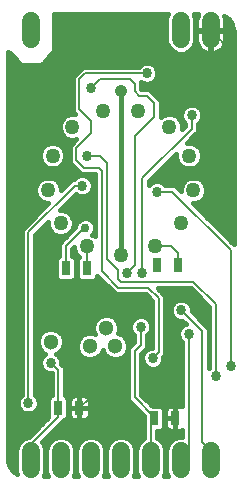
<source format=gbl>
G75*
%MOIN*%
%OFA0B0*%
%FSLAX25Y25*%
%IPPOS*%
%LPD*%
%AMOC8*
5,1,8,0,0,1.08239X$1,22.5*
%
%ADD10C,0.04961*%
%ADD11C,0.06000*%
%ADD12R,0.03150X0.04724*%
%ADD13C,0.05118*%
%ADD14C,0.04156*%
%ADD15C,0.01600*%
%ADD16C,0.01200*%
%ADD17C,0.00800*%
%ADD18C,0.03369*%
%ADD19C,0.01000*%
%ADD20C,0.02975*%
D10*
X0029845Y0080360D03*
X0021114Y0088095D03*
X0016978Y0099001D03*
X0018384Y0110580D03*
X0025010Y0120180D03*
X0035338Y0125600D03*
X0047002Y0125600D03*
X0057330Y0120180D03*
X0063956Y0110580D03*
X0065362Y0099001D03*
X0061226Y0088095D03*
X0052495Y0080360D03*
X0041170Y0077569D03*
D11*
X0041170Y0012100D02*
X0041170Y0006100D01*
X0031170Y0006100D02*
X0031170Y0012100D01*
X0021170Y0012100D02*
X0021170Y0006100D01*
X0011170Y0006100D02*
X0011170Y0012100D01*
X0051170Y0012100D02*
X0051170Y0006100D01*
X0061170Y0006100D02*
X0061170Y0012100D01*
X0071170Y0012100D02*
X0071170Y0006100D01*
X0071170Y0149407D02*
X0071170Y0155407D01*
X0061170Y0155407D02*
X0061170Y0149407D01*
X0011170Y0149407D02*
X0011170Y0155407D01*
D12*
X0022757Y0073013D03*
X0029843Y0073013D03*
X0053257Y0074013D03*
X0060343Y0074013D03*
X0059343Y0023013D03*
X0052257Y0023013D03*
X0027343Y0026513D03*
X0020257Y0026513D03*
D13*
X0030800Y0047013D03*
X0036300Y0053013D03*
X0039300Y0047013D03*
X0017800Y0048513D03*
D14*
X0041300Y0132013D03*
D15*
X0004221Y0006926D02*
X0005269Y0005483D01*
X0006644Y0004484D01*
X0006370Y0005145D01*
X0006370Y0013055D01*
X0007101Y0014819D01*
X0008451Y0016169D01*
X0010215Y0016900D01*
X0010575Y0016900D01*
X0016981Y0023306D01*
X0016882Y0023406D01*
X0016882Y0029621D01*
X0017936Y0030676D01*
X0018057Y0030676D01*
X0018057Y0038029D01*
X0017107Y0038029D01*
X0015826Y0038560D01*
X0014846Y0039540D01*
X0014316Y0040820D01*
X0014316Y0042206D01*
X0014846Y0043487D01*
X0015826Y0044467D01*
X0016002Y0044540D01*
X0015331Y0044818D01*
X0014105Y0046044D01*
X0013441Y0047646D01*
X0013441Y0049380D01*
X0014105Y0050983D01*
X0015331Y0052209D01*
X0016933Y0052872D01*
X0018667Y0052872D01*
X0020269Y0052209D01*
X0021495Y0050983D01*
X0022159Y0049380D01*
X0022159Y0047646D01*
X0021495Y0046044D01*
X0020269Y0044818D01*
X0019598Y0044540D01*
X0019774Y0044467D01*
X0020754Y0043487D01*
X0021284Y0042206D01*
X0021284Y0041140D01*
X0022457Y0039968D01*
X0022457Y0030676D01*
X0022577Y0030676D01*
X0023631Y0029621D01*
X0023631Y0023406D01*
X0022577Y0022351D01*
X0022249Y0022351D01*
X0021211Y0021313D01*
X0014978Y0015080D01*
X0015239Y0014819D01*
X0015970Y0013055D01*
X0015970Y0005145D01*
X0015418Y0003813D01*
X0016922Y0003813D01*
X0016370Y0005145D01*
X0016370Y0013055D01*
X0017101Y0014819D01*
X0018451Y0016169D01*
X0020215Y0016900D01*
X0022125Y0016900D01*
X0023889Y0016169D01*
X0025239Y0014819D01*
X0025970Y0013055D01*
X0025970Y0005145D01*
X0025418Y0003813D01*
X0026922Y0003813D01*
X0026370Y0005145D01*
X0026370Y0013055D01*
X0027101Y0014819D01*
X0028451Y0016169D01*
X0030215Y0016900D01*
X0032125Y0016900D01*
X0033889Y0016169D01*
X0035239Y0014819D01*
X0035970Y0013055D01*
X0035970Y0005145D01*
X0035418Y0003813D01*
X0036922Y0003813D01*
X0036370Y0005145D01*
X0036370Y0013055D01*
X0037101Y0014819D01*
X0038451Y0016169D01*
X0040215Y0016900D01*
X0042125Y0016900D01*
X0043889Y0016169D01*
X0045239Y0014819D01*
X0045970Y0013055D01*
X0045970Y0005145D01*
X0045418Y0003813D01*
X0046922Y0003813D01*
X0046370Y0005145D01*
X0046370Y0013055D01*
X0047101Y0014819D01*
X0048451Y0016169D01*
X0048970Y0016384D01*
X0048970Y0019817D01*
X0048882Y0019906D01*
X0048882Y0023820D01*
X0043600Y0029102D01*
X0043600Y0046004D01*
X0042995Y0044544D01*
X0041769Y0043318D01*
X0040167Y0042654D01*
X0038433Y0042654D01*
X0036831Y0043318D01*
X0035605Y0044544D01*
X0035050Y0045883D01*
X0034495Y0044544D01*
X0033269Y0043318D01*
X0031667Y0042654D01*
X0029933Y0042654D01*
X0028331Y0043318D01*
X0027105Y0044544D01*
X0026441Y0046146D01*
X0026441Y0047880D01*
X0027105Y0049483D01*
X0028331Y0050709D01*
X0029933Y0051372D01*
X0031667Y0051372D01*
X0032385Y0051075D01*
X0031941Y0052146D01*
X0031941Y0053880D01*
X0032605Y0055483D01*
X0033831Y0056709D01*
X0035433Y0057372D01*
X0037167Y0057372D01*
X0038769Y0056709D01*
X0039995Y0055483D01*
X0040659Y0053880D01*
X0040659Y0052146D01*
X0040313Y0051312D01*
X0041769Y0050709D01*
X0042995Y0049483D01*
X0043659Y0047880D01*
X0043659Y0046484D01*
X0044889Y0047713D01*
X0045600Y0048425D01*
X0045600Y0050786D01*
X0044846Y0051540D01*
X0044316Y0052820D01*
X0044316Y0054206D01*
X0044846Y0055487D01*
X0045826Y0056467D01*
X0047107Y0056998D01*
X0048493Y0056998D01*
X0049774Y0056467D01*
X0050754Y0055487D01*
X0051284Y0054206D01*
X0051284Y0052820D01*
X0050754Y0051540D01*
X0050000Y0050786D01*
X0050000Y0046602D01*
X0048000Y0044602D01*
X0048000Y0030925D01*
X0051749Y0027176D01*
X0054577Y0027176D01*
X0055631Y0026121D01*
X0055631Y0019906D01*
X0054577Y0018851D01*
X0053370Y0018851D01*
X0053370Y0016384D01*
X0053889Y0016169D01*
X0055239Y0014819D01*
X0055970Y0013055D01*
X0055970Y0005145D01*
X0055418Y0003813D01*
X0056922Y0003813D01*
X0056370Y0005145D01*
X0056370Y0013055D01*
X0057101Y0014819D01*
X0058451Y0016169D01*
X0060215Y0016900D01*
X0061600Y0016900D01*
X0061600Y0018970D01*
X0061155Y0018851D01*
X0059343Y0018851D01*
X0059343Y0023013D01*
X0059343Y0023013D01*
X0055969Y0023013D01*
X0055969Y0020414D01*
X0056091Y0019956D01*
X0056328Y0019546D01*
X0056663Y0019211D01*
X0057074Y0018974D01*
X0057532Y0018851D01*
X0059343Y0018851D01*
X0059343Y0023013D01*
X0059343Y0023013D01*
X0055968Y0023013D01*
X0055969Y0025613D01*
X0056091Y0026070D01*
X0056328Y0026481D01*
X0056663Y0026816D01*
X0057074Y0027053D01*
X0057532Y0027176D01*
X0059343Y0027176D01*
X0059343Y0023014D01*
X0059343Y0023014D01*
X0059343Y0027176D01*
X0061155Y0027176D01*
X0061600Y0027056D01*
X0061600Y0048286D01*
X0060846Y0049040D01*
X0060316Y0050320D01*
X0060316Y0051706D01*
X0060846Y0052987D01*
X0061826Y0053967D01*
X0062822Y0054380D01*
X0061673Y0055529D01*
X0060607Y0055529D01*
X0059326Y0056060D01*
X0058346Y0057040D01*
X0057816Y0058320D01*
X0057816Y0059706D01*
X0058346Y0060987D01*
X0059326Y0061967D01*
X0060607Y0062498D01*
X0061993Y0062498D01*
X0063274Y0061967D01*
X0064254Y0060987D01*
X0064784Y0059706D01*
X0064784Y0058640D01*
X0069211Y0054213D01*
X0070500Y0052925D01*
X0070500Y0039641D01*
X0070600Y0039741D01*
X0070600Y0060102D01*
X0064389Y0066313D01*
X0053611Y0066313D01*
X0056000Y0063925D01*
X0056000Y0044102D01*
X0055284Y0043386D01*
X0055284Y0042320D01*
X0054754Y0041040D01*
X0053774Y0040060D01*
X0052493Y0039529D01*
X0051107Y0039529D01*
X0049826Y0040060D01*
X0048846Y0041040D01*
X0048316Y0042320D01*
X0048316Y0043706D01*
X0048846Y0044987D01*
X0049826Y0045967D01*
X0051107Y0046498D01*
X0051600Y0046498D01*
X0051600Y0062102D01*
X0049389Y0064313D01*
X0039389Y0064313D01*
X0033889Y0069813D01*
X0033218Y0070484D01*
X0033218Y0069906D01*
X0032164Y0068851D01*
X0027523Y0068851D01*
X0026469Y0069906D01*
X0026469Y0076121D01*
X0027250Y0076902D01*
X0026216Y0077936D01*
X0025565Y0079509D01*
X0025565Y0080123D01*
X0024957Y0079515D01*
X0024957Y0077176D01*
X0025077Y0077176D01*
X0026131Y0076121D01*
X0026131Y0069906D01*
X0025077Y0068851D01*
X0020436Y0068851D01*
X0019382Y0069906D01*
X0019382Y0076121D01*
X0020436Y0077176D01*
X0020557Y0077176D01*
X0020557Y0081338D01*
X0026013Y0086794D01*
X0026013Y0087124D01*
X0026513Y0088332D01*
X0027438Y0089257D01*
X0028646Y0089757D01*
X0029954Y0089757D01*
X0031162Y0089257D01*
X0032087Y0088332D01*
X0032587Y0087124D01*
X0032587Y0085816D01*
X0032087Y0084608D01*
X0031703Y0084224D01*
X0032269Y0083989D01*
X0032600Y0083658D01*
X0032600Y0104313D01*
X0027889Y0104313D01*
X0025389Y0106813D01*
X0024100Y0108102D01*
X0024100Y0113925D01*
X0026225Y0116050D01*
X0025861Y0115899D01*
X0024158Y0115899D01*
X0022585Y0116551D01*
X0021381Y0117755D01*
X0020730Y0119328D01*
X0020730Y0121031D01*
X0021381Y0122604D01*
X0022585Y0123808D01*
X0024158Y0124460D01*
X0025742Y0124460D01*
X0025100Y0125102D01*
X0025100Y0136925D01*
X0026389Y0138213D01*
X0026389Y0138213D01*
X0027100Y0138925D01*
X0027100Y0138925D01*
X0028389Y0140213D01*
X0047073Y0140213D01*
X0047826Y0140967D01*
X0049107Y0141498D01*
X0050493Y0141498D01*
X0051774Y0140967D01*
X0052754Y0139987D01*
X0053284Y0138706D01*
X0053284Y0137320D01*
X0052754Y0136040D01*
X0051774Y0135060D01*
X0050493Y0134529D01*
X0049107Y0134529D01*
X0048000Y0134988D01*
X0048000Y0132925D01*
X0048211Y0132713D01*
X0050711Y0132713D01*
X0052000Y0131425D01*
X0054500Y0128925D01*
X0054500Y0123402D01*
X0054906Y0123808D01*
X0056479Y0124460D01*
X0058182Y0124460D01*
X0059755Y0123808D01*
X0060959Y0122604D01*
X0061611Y0121031D01*
X0061611Y0119435D01*
X0062600Y0120425D01*
X0062600Y0121286D01*
X0061846Y0122040D01*
X0061316Y0123320D01*
X0061316Y0124706D01*
X0061846Y0125987D01*
X0062826Y0126967D01*
X0064107Y0127498D01*
X0065493Y0127498D01*
X0066774Y0126967D01*
X0067754Y0125987D01*
X0068284Y0124706D01*
X0068284Y0123320D01*
X0067754Y0122040D01*
X0067000Y0121286D01*
X0067000Y0118602D01*
X0065711Y0117313D01*
X0063258Y0114861D01*
X0064808Y0114861D01*
X0066381Y0114209D01*
X0067585Y0113005D01*
X0068237Y0111432D01*
X0068237Y0109729D01*
X0067585Y0108156D01*
X0066381Y0106952D01*
X0064808Y0106300D01*
X0063105Y0106300D01*
X0061532Y0106952D01*
X0060328Y0108156D01*
X0059676Y0109729D01*
X0059676Y0111278D01*
X0050500Y0102102D01*
X0050500Y0100641D01*
X0051326Y0101467D01*
X0052607Y0101998D01*
X0053993Y0101998D01*
X0055274Y0101467D01*
X0056027Y0100713D01*
X0059211Y0100713D01*
X0060500Y0099425D01*
X0061082Y0098843D01*
X0061082Y0099853D01*
X0061734Y0101426D01*
X0062938Y0102630D01*
X0064511Y0103281D01*
X0066214Y0103281D01*
X0067787Y0102630D01*
X0068991Y0101426D01*
X0069643Y0099853D01*
X0069643Y0098150D01*
X0068991Y0096577D01*
X0067787Y0095373D01*
X0066214Y0094721D01*
X0065204Y0094721D01*
X0078740Y0081184D01*
X0078740Y0151994D01*
X0078670Y0152885D01*
X0078119Y0154581D01*
X0077071Y0156024D01*
X0075691Y0157027D01*
X0075852Y0156531D01*
X0075970Y0155785D01*
X0075970Y0152607D01*
X0071370Y0152607D01*
X0071370Y0152207D01*
X0071370Y0144607D01*
X0071548Y0144607D01*
X0072294Y0144725D01*
X0073013Y0144959D01*
X0073686Y0145302D01*
X0074297Y0145746D01*
X0074831Y0146280D01*
X0075275Y0146891D01*
X0075618Y0147565D01*
X0075852Y0148283D01*
X0075970Y0149029D01*
X0075970Y0152207D01*
X0071370Y0152207D01*
X0070970Y0152207D01*
X0070970Y0144607D01*
X0070792Y0144607D01*
X0070046Y0144725D01*
X0069328Y0144959D01*
X0068654Y0145302D01*
X0068043Y0145746D01*
X0067509Y0146280D01*
X0067065Y0146891D01*
X0066722Y0147565D01*
X0066488Y0148283D01*
X0066370Y0149029D01*
X0066370Y0152207D01*
X0070970Y0152207D01*
X0070970Y0152607D01*
X0066370Y0152607D01*
X0066370Y0155785D01*
X0066488Y0156531D01*
X0066722Y0157250D01*
X0066948Y0157694D01*
X0065418Y0157694D01*
X0065970Y0156362D01*
X0065970Y0148452D01*
X0065239Y0146688D01*
X0063889Y0145338D01*
X0062125Y0144607D01*
X0060215Y0144607D01*
X0058451Y0145338D01*
X0057101Y0146688D01*
X0056370Y0148452D01*
X0056370Y0156362D01*
X0056922Y0157694D01*
X0019000Y0157694D01*
X0019000Y0157170D01*
X0019107Y0156422D01*
X0019000Y0156280D01*
X0019000Y0146598D01*
X0019063Y0145774D01*
X0019000Y0145700D01*
X0019000Y0145602D01*
X0018415Y0145017D01*
X0016000Y0142200D01*
X0016000Y0142102D01*
X0015415Y0141517D01*
X0014877Y0140890D01*
X0014780Y0140882D01*
X0014711Y0140813D01*
X0013885Y0140813D01*
X0013060Y0140750D01*
X0012986Y0140813D01*
X0007889Y0140813D01*
X0004389Y0144313D01*
X0003600Y0145102D01*
X0003600Y0009513D01*
X0003670Y0008622D01*
X0004221Y0006926D01*
X0004306Y0006809D02*
X0006370Y0006809D01*
X0006370Y0008407D02*
X0003740Y0008407D01*
X0003600Y0010006D02*
X0006370Y0010006D01*
X0006370Y0011604D02*
X0003600Y0011604D01*
X0003600Y0013203D02*
X0006431Y0013203D01*
X0007094Y0014801D02*
X0003600Y0014801D01*
X0003600Y0016400D02*
X0009008Y0016400D01*
X0011674Y0017998D02*
X0003600Y0017998D01*
X0003600Y0019597D02*
X0013272Y0019597D01*
X0014871Y0021196D02*
X0003600Y0021196D01*
X0003600Y0022794D02*
X0016469Y0022794D01*
X0016882Y0024393D02*
X0003600Y0024393D01*
X0003600Y0025991D02*
X0007395Y0025991D01*
X0007346Y0026040D02*
X0008326Y0025060D01*
X0009607Y0024529D01*
X0010993Y0024529D01*
X0012274Y0025060D01*
X0013254Y0026040D01*
X0013784Y0027320D01*
X0013784Y0028706D01*
X0013254Y0029987D01*
X0012500Y0030741D01*
X0012500Y0084102D01*
X0016834Y0088436D01*
X0016834Y0087243D01*
X0017485Y0085670D01*
X0018690Y0084466D01*
X0020263Y0083815D01*
X0021966Y0083815D01*
X0023539Y0084466D01*
X0024743Y0085670D01*
X0025394Y0087243D01*
X0025394Y0088946D01*
X0024743Y0090519D01*
X0023539Y0091724D01*
X0021966Y0092375D01*
X0020773Y0092375D01*
X0026142Y0097744D01*
X0026326Y0097560D01*
X0027607Y0097029D01*
X0028993Y0097029D01*
X0030274Y0097560D01*
X0031254Y0098540D01*
X0031784Y0099820D01*
X0031784Y0101206D01*
X0031254Y0102487D01*
X0030274Y0103467D01*
X0028993Y0103998D01*
X0027607Y0103998D01*
X0026326Y0103467D01*
X0025573Y0102713D01*
X0024889Y0102713D01*
X0023600Y0101425D01*
X0021258Y0099083D01*
X0021258Y0099853D01*
X0020607Y0101426D01*
X0019403Y0102630D01*
X0017829Y0103281D01*
X0016127Y0103281D01*
X0014553Y0102630D01*
X0013349Y0101426D01*
X0012698Y0099853D01*
X0012698Y0098150D01*
X0013349Y0096577D01*
X0014553Y0095373D01*
X0016127Y0094721D01*
X0016896Y0094721D01*
X0008100Y0085925D01*
X0008100Y0030741D01*
X0007346Y0029987D01*
X0006816Y0028706D01*
X0006816Y0027320D01*
X0007346Y0026040D01*
X0006816Y0027590D02*
X0003600Y0027590D01*
X0003600Y0029188D02*
X0007015Y0029188D01*
X0008100Y0030787D02*
X0003600Y0030787D01*
X0003600Y0032385D02*
X0008100Y0032385D01*
X0008100Y0033984D02*
X0003600Y0033984D01*
X0003600Y0035582D02*
X0008100Y0035582D01*
X0008100Y0037181D02*
X0003600Y0037181D01*
X0003600Y0038779D02*
X0008100Y0038779D01*
X0008100Y0040378D02*
X0003600Y0040378D01*
X0003600Y0041976D02*
X0008100Y0041976D01*
X0008100Y0043575D02*
X0003600Y0043575D01*
X0003600Y0045173D02*
X0008100Y0045173D01*
X0008100Y0046772D02*
X0003600Y0046772D01*
X0003600Y0048370D02*
X0008100Y0048370D01*
X0008100Y0049969D02*
X0003600Y0049969D01*
X0003600Y0051567D02*
X0008100Y0051567D01*
X0008100Y0053166D02*
X0003600Y0053166D01*
X0003600Y0054764D02*
X0008100Y0054764D01*
X0008100Y0056363D02*
X0003600Y0056363D01*
X0003600Y0057961D02*
X0008100Y0057961D01*
X0008100Y0059560D02*
X0003600Y0059560D01*
X0003600Y0061158D02*
X0008100Y0061158D01*
X0008100Y0062757D02*
X0003600Y0062757D01*
X0003600Y0064355D02*
X0008100Y0064355D01*
X0008100Y0065954D02*
X0003600Y0065954D01*
X0003600Y0067552D02*
X0008100Y0067552D01*
X0008100Y0069151D02*
X0003600Y0069151D01*
X0003600Y0070749D02*
X0008100Y0070749D01*
X0008100Y0072348D02*
X0003600Y0072348D01*
X0003600Y0073946D02*
X0008100Y0073946D01*
X0008100Y0075545D02*
X0003600Y0075545D01*
X0003600Y0077143D02*
X0008100Y0077143D01*
X0008100Y0078742D02*
X0003600Y0078742D01*
X0003600Y0080340D02*
X0008100Y0080340D01*
X0008100Y0081939D02*
X0003600Y0081939D01*
X0003600Y0083537D02*
X0008100Y0083537D01*
X0008100Y0085136D02*
X0003600Y0085136D01*
X0003600Y0086734D02*
X0008910Y0086734D01*
X0010508Y0088333D02*
X0003600Y0088333D01*
X0003600Y0089932D02*
X0012107Y0089932D01*
X0013705Y0091530D02*
X0003600Y0091530D01*
X0003600Y0093129D02*
X0015304Y0093129D01*
X0016112Y0094727D02*
X0003600Y0094727D01*
X0003600Y0096326D02*
X0013600Y0096326D01*
X0012791Y0097924D02*
X0003600Y0097924D01*
X0003600Y0099523D02*
X0012698Y0099523D01*
X0013223Y0101121D02*
X0003600Y0101121D01*
X0003600Y0102720D02*
X0014770Y0102720D01*
X0015959Y0106952D02*
X0014755Y0108156D01*
X0014104Y0109729D01*
X0014104Y0111432D01*
X0014755Y0113005D01*
X0015959Y0114209D01*
X0017532Y0114861D01*
X0019235Y0114861D01*
X0020808Y0114209D01*
X0022013Y0113005D01*
X0022664Y0111432D01*
X0022664Y0109729D01*
X0022013Y0108156D01*
X0020808Y0106952D01*
X0019235Y0106300D01*
X0017532Y0106300D01*
X0015959Y0106952D01*
X0015396Y0107515D02*
X0003600Y0107515D01*
X0003600Y0105917D02*
X0026285Y0105917D01*
X0024687Y0107515D02*
X0021372Y0107515D01*
X0022409Y0109114D02*
X0024100Y0109114D01*
X0024100Y0110712D02*
X0022664Y0110712D01*
X0022300Y0112311D02*
X0024100Y0112311D01*
X0024100Y0113909D02*
X0021108Y0113909D01*
X0022030Y0117106D02*
X0003600Y0117106D01*
X0003600Y0115508D02*
X0025683Y0115508D01*
X0020988Y0118705D02*
X0003600Y0118705D01*
X0003600Y0120303D02*
X0020730Y0120303D01*
X0021090Y0121902D02*
X0003600Y0121902D01*
X0003600Y0123500D02*
X0022277Y0123500D01*
X0025103Y0125099D02*
X0003600Y0125099D01*
X0003600Y0126697D02*
X0025100Y0126697D01*
X0025100Y0128296D02*
X0003600Y0128296D01*
X0003600Y0129894D02*
X0025100Y0129894D01*
X0025100Y0131493D02*
X0003600Y0131493D01*
X0003600Y0133091D02*
X0025100Y0133091D01*
X0025100Y0134690D02*
X0003600Y0134690D01*
X0003600Y0136288D02*
X0025100Y0136288D01*
X0026062Y0137887D02*
X0003600Y0137887D01*
X0003600Y0139485D02*
X0027661Y0139485D01*
X0019055Y0145879D02*
X0057910Y0145879D01*
X0056774Y0147478D02*
X0019000Y0147478D01*
X0019000Y0149076D02*
X0056370Y0149076D01*
X0056370Y0150675D02*
X0019000Y0150675D01*
X0019000Y0152273D02*
X0056370Y0152273D01*
X0056370Y0153872D02*
X0019000Y0153872D01*
X0019000Y0155470D02*
X0056370Y0155470D01*
X0056663Y0157069D02*
X0019014Y0157069D01*
X0017784Y0144281D02*
X0078740Y0144281D01*
X0078740Y0145879D02*
X0074431Y0145879D01*
X0075574Y0147478D02*
X0078740Y0147478D01*
X0078740Y0149076D02*
X0075970Y0149076D01*
X0075970Y0150675D02*
X0078740Y0150675D01*
X0078718Y0152273D02*
X0071370Y0152273D01*
X0070970Y0152273D02*
X0065970Y0152273D01*
X0065970Y0150675D02*
X0066370Y0150675D01*
X0066370Y0149076D02*
X0065970Y0149076D01*
X0065566Y0147478D02*
X0066766Y0147478D01*
X0067910Y0145879D02*
X0064431Y0145879D01*
X0065970Y0153872D02*
X0066370Y0153872D01*
X0066370Y0155470D02*
X0065970Y0155470D01*
X0065677Y0157069D02*
X0066663Y0157069D01*
X0070970Y0150675D02*
X0071370Y0150675D01*
X0071370Y0149076D02*
X0070970Y0149076D01*
X0070970Y0147478D02*
X0071370Y0147478D01*
X0071370Y0145879D02*
X0070970Y0145879D01*
X0075970Y0153872D02*
X0078349Y0153872D01*
X0077473Y0155470D02*
X0075970Y0155470D01*
X0078740Y0142682D02*
X0016414Y0142682D01*
X0015044Y0141084D02*
X0048108Y0141084D01*
X0051492Y0141084D02*
X0078740Y0141084D01*
X0078740Y0139485D02*
X0052962Y0139485D01*
X0053284Y0137887D02*
X0078740Y0137887D01*
X0078740Y0136288D02*
X0052857Y0136288D01*
X0050881Y0134690D02*
X0078740Y0134690D01*
X0078740Y0133091D02*
X0048000Y0133091D01*
X0048000Y0134690D02*
X0048719Y0134690D01*
X0051932Y0131493D02*
X0078740Y0131493D01*
X0078740Y0129894D02*
X0053530Y0129894D01*
X0054500Y0128296D02*
X0078740Y0128296D01*
X0078740Y0126697D02*
X0067044Y0126697D01*
X0068122Y0125099D02*
X0078740Y0125099D01*
X0078740Y0123500D02*
X0068284Y0123500D01*
X0067616Y0121902D02*
X0078740Y0121902D01*
X0078740Y0120303D02*
X0067000Y0120303D01*
X0067000Y0118705D02*
X0078740Y0118705D01*
X0078740Y0117106D02*
X0065504Y0117106D01*
X0063906Y0115508D02*
X0078740Y0115508D01*
X0078740Y0113909D02*
X0066681Y0113909D01*
X0067873Y0112311D02*
X0078740Y0112311D01*
X0078740Y0110712D02*
X0068237Y0110712D01*
X0067982Y0109114D02*
X0078740Y0109114D01*
X0078740Y0107515D02*
X0066944Y0107515D01*
X0067570Y0102720D02*
X0078740Y0102720D01*
X0078740Y0104318D02*
X0052716Y0104318D01*
X0051117Y0102720D02*
X0063154Y0102720D01*
X0061607Y0101121D02*
X0055620Y0101121D01*
X0054314Y0105917D02*
X0078740Y0105917D01*
X0078740Y0101121D02*
X0069117Y0101121D01*
X0069643Y0099523D02*
X0078740Y0099523D01*
X0078740Y0097924D02*
X0069549Y0097924D01*
X0068740Y0096326D02*
X0078740Y0096326D01*
X0078740Y0094727D02*
X0066229Y0094727D01*
X0066796Y0093129D02*
X0078740Y0093129D01*
X0078740Y0091530D02*
X0068395Y0091530D01*
X0069993Y0089932D02*
X0078740Y0089932D01*
X0078740Y0088333D02*
X0071592Y0088333D01*
X0073190Y0086734D02*
X0078740Y0086734D01*
X0078740Y0085136D02*
X0074789Y0085136D01*
X0076387Y0083537D02*
X0078740Y0083537D01*
X0078740Y0081939D02*
X0077986Y0081939D01*
X0067945Y0062757D02*
X0056000Y0062757D01*
X0056000Y0061158D02*
X0058517Y0061158D01*
X0057816Y0059560D02*
X0056000Y0059560D01*
X0056000Y0057961D02*
X0057964Y0057961D01*
X0059023Y0056363D02*
X0056000Y0056363D01*
X0056000Y0054764D02*
X0062438Y0054764D01*
X0061025Y0053166D02*
X0056000Y0053166D01*
X0056000Y0051567D02*
X0060316Y0051567D01*
X0060461Y0049969D02*
X0056000Y0049969D01*
X0056000Y0048370D02*
X0061516Y0048370D01*
X0061600Y0046772D02*
X0056000Y0046772D01*
X0056000Y0045173D02*
X0061600Y0045173D01*
X0061600Y0043575D02*
X0055473Y0043575D01*
X0055142Y0041976D02*
X0061600Y0041976D01*
X0061600Y0040378D02*
X0054092Y0040378D01*
X0051600Y0046772D02*
X0050000Y0046772D01*
X0050000Y0048370D02*
X0051600Y0048370D01*
X0051600Y0049969D02*
X0050000Y0049969D01*
X0050765Y0051567D02*
X0051600Y0051567D01*
X0051600Y0053166D02*
X0051284Y0053166D01*
X0051053Y0054764D02*
X0051600Y0054764D01*
X0051600Y0056363D02*
X0049878Y0056363D01*
X0051600Y0057961D02*
X0012500Y0057961D01*
X0012500Y0056363D02*
X0033485Y0056363D01*
X0032307Y0054764D02*
X0012500Y0054764D01*
X0012500Y0053166D02*
X0031941Y0053166D01*
X0032181Y0051567D02*
X0020911Y0051567D01*
X0021915Y0049969D02*
X0027591Y0049969D01*
X0026644Y0048370D02*
X0022159Y0048370D01*
X0021797Y0046772D02*
X0026441Y0046772D01*
X0026844Y0045173D02*
X0020624Y0045173D01*
X0020666Y0043575D02*
X0028074Y0043575D01*
X0022457Y0038779D02*
X0043600Y0038779D01*
X0043600Y0037181D02*
X0022457Y0037181D01*
X0022457Y0035582D02*
X0043600Y0035582D01*
X0043600Y0033984D02*
X0022457Y0033984D01*
X0022457Y0032385D02*
X0043600Y0032385D01*
X0043600Y0030787D02*
X0022457Y0030787D01*
X0023631Y0029188D02*
X0023989Y0029188D01*
X0023969Y0029113D02*
X0023968Y0026513D01*
X0023969Y0026513D02*
X0023969Y0023914D01*
X0024091Y0023456D01*
X0024328Y0023046D01*
X0024663Y0022711D01*
X0025074Y0022474D01*
X0025532Y0022351D01*
X0027343Y0022351D01*
X0027343Y0026513D01*
X0027343Y0026513D01*
X0023969Y0026513D01*
X0023968Y0026513D02*
X0027343Y0026513D01*
X0027343Y0026513D01*
X0027343Y0022351D01*
X0029155Y0022351D01*
X0029613Y0022474D01*
X0030023Y0022711D01*
X0030358Y0023046D01*
X0030595Y0023456D01*
X0030718Y0023914D01*
X0030718Y0026513D01*
X0027343Y0026513D01*
X0027343Y0026513D01*
X0027343Y0026514D02*
X0027343Y0030676D01*
X0025532Y0030676D01*
X0025074Y0030553D01*
X0024663Y0030316D01*
X0024328Y0029981D01*
X0024091Y0029570D01*
X0023969Y0029113D01*
X0023969Y0027590D02*
X0023631Y0027590D01*
X0023631Y0025991D02*
X0023969Y0025991D01*
X0023969Y0024393D02*
X0023631Y0024393D01*
X0023020Y0022794D02*
X0024580Y0022794D01*
X0027343Y0022794D02*
X0027343Y0022794D01*
X0027343Y0024393D02*
X0027343Y0024393D01*
X0027343Y0025991D02*
X0027343Y0025991D01*
X0027343Y0026513D02*
X0030718Y0026513D01*
X0030718Y0029113D01*
X0030595Y0029570D01*
X0030358Y0029981D01*
X0030023Y0030316D01*
X0029613Y0030553D01*
X0029155Y0030676D01*
X0027343Y0030676D01*
X0027343Y0026514D01*
X0027343Y0026514D01*
X0027343Y0027590D02*
X0027343Y0027590D01*
X0027343Y0029188D02*
X0027343Y0029188D01*
X0030698Y0029188D02*
X0043600Y0029188D01*
X0045113Y0027590D02*
X0030718Y0027590D01*
X0030718Y0025991D02*
X0046711Y0025991D01*
X0048310Y0024393D02*
X0030718Y0024393D01*
X0030107Y0022794D02*
X0048882Y0022794D01*
X0048882Y0021196D02*
X0021093Y0021196D01*
X0019495Y0019597D02*
X0048970Y0019597D01*
X0048970Y0017998D02*
X0017896Y0017998D01*
X0019008Y0016400D02*
X0016298Y0016400D01*
X0017094Y0014801D02*
X0015247Y0014801D01*
X0015909Y0013203D02*
X0016431Y0013203D01*
X0016370Y0011604D02*
X0015970Y0011604D01*
X0015970Y0010006D02*
X0016370Y0010006D01*
X0016370Y0008407D02*
X0015970Y0008407D01*
X0015970Y0006809D02*
X0016370Y0006809D01*
X0016370Y0005210D02*
X0015970Y0005210D01*
X0023332Y0016400D02*
X0029008Y0016400D01*
X0027094Y0014801D02*
X0025247Y0014801D01*
X0025909Y0013203D02*
X0026431Y0013203D01*
X0026370Y0011604D02*
X0025970Y0011604D01*
X0025970Y0010006D02*
X0026370Y0010006D01*
X0026370Y0008407D02*
X0025970Y0008407D01*
X0025970Y0006809D02*
X0026370Y0006809D01*
X0026370Y0005210D02*
X0025970Y0005210D01*
X0033332Y0016400D02*
X0039008Y0016400D01*
X0037094Y0014801D02*
X0035247Y0014801D01*
X0035909Y0013203D02*
X0036431Y0013203D01*
X0036370Y0011604D02*
X0035970Y0011604D01*
X0035970Y0010006D02*
X0036370Y0010006D01*
X0036370Y0008407D02*
X0035970Y0008407D01*
X0035970Y0006809D02*
X0036370Y0006809D01*
X0036370Y0005210D02*
X0035970Y0005210D01*
X0043332Y0016400D02*
X0048970Y0016400D01*
X0047094Y0014801D02*
X0045247Y0014801D01*
X0045909Y0013203D02*
X0046431Y0013203D01*
X0046370Y0011604D02*
X0045970Y0011604D01*
X0045970Y0010006D02*
X0046370Y0010006D01*
X0046370Y0008407D02*
X0045970Y0008407D01*
X0045970Y0006809D02*
X0046370Y0006809D01*
X0046370Y0005210D02*
X0045970Y0005210D01*
X0053370Y0016400D02*
X0059008Y0016400D01*
X0059343Y0019597D02*
X0059343Y0019597D01*
X0059343Y0021196D02*
X0059343Y0021196D01*
X0059343Y0022794D02*
X0059343Y0022794D01*
X0059343Y0024393D02*
X0059343Y0024393D01*
X0059343Y0025991D02*
X0059343Y0025991D01*
X0061600Y0027590D02*
X0051335Y0027590D01*
X0049737Y0029188D02*
X0061600Y0029188D01*
X0061600Y0030787D02*
X0048138Y0030787D01*
X0048000Y0032385D02*
X0061600Y0032385D01*
X0061600Y0033984D02*
X0048000Y0033984D01*
X0048000Y0035582D02*
X0061600Y0035582D01*
X0061600Y0037181D02*
X0048000Y0037181D01*
X0048000Y0038779D02*
X0061600Y0038779D01*
X0056070Y0025991D02*
X0055631Y0025991D01*
X0055631Y0024393D02*
X0055969Y0024393D01*
X0055969Y0022794D02*
X0055631Y0022794D01*
X0055631Y0021196D02*
X0055969Y0021196D01*
X0056299Y0019597D02*
X0055323Y0019597D01*
X0053370Y0017998D02*
X0061600Y0017998D01*
X0057094Y0014801D02*
X0055247Y0014801D01*
X0055909Y0013203D02*
X0056431Y0013203D01*
X0056370Y0011604D02*
X0055970Y0011604D01*
X0055970Y0010006D02*
X0056370Y0010006D01*
X0056370Y0008407D02*
X0055970Y0008407D01*
X0055970Y0006809D02*
X0056370Y0006809D01*
X0056370Y0005210D02*
X0055970Y0005210D01*
X0049508Y0040378D02*
X0048000Y0040378D01*
X0048000Y0041976D02*
X0048458Y0041976D01*
X0048316Y0043575D02*
X0048000Y0043575D01*
X0048571Y0045173D02*
X0049032Y0045173D01*
X0045600Y0049969D02*
X0042509Y0049969D01*
X0043456Y0048370D02*
X0045546Y0048370D01*
X0043947Y0046772D02*
X0043659Y0046772D01*
X0043600Y0045173D02*
X0043256Y0045173D01*
X0043600Y0043575D02*
X0042026Y0043575D01*
X0043600Y0041976D02*
X0021284Y0041976D01*
X0022047Y0040378D02*
X0043600Y0040378D01*
X0044835Y0051567D02*
X0040419Y0051567D01*
X0040659Y0053166D02*
X0044316Y0053166D01*
X0044547Y0054764D02*
X0040293Y0054764D01*
X0039115Y0056363D02*
X0045722Y0056363D01*
X0050945Y0062757D02*
X0012500Y0062757D01*
X0012500Y0064355D02*
X0039347Y0064355D01*
X0037748Y0065954D02*
X0012500Y0065954D01*
X0012500Y0067552D02*
X0036150Y0067552D01*
X0034551Y0069151D02*
X0032463Y0069151D01*
X0027223Y0069151D02*
X0025377Y0069151D01*
X0026131Y0070749D02*
X0026469Y0070749D01*
X0026469Y0072348D02*
X0026131Y0072348D01*
X0026131Y0073946D02*
X0026469Y0073946D01*
X0026469Y0075545D02*
X0026131Y0075545D01*
X0027008Y0077143D02*
X0025109Y0077143D01*
X0024957Y0078742D02*
X0025882Y0078742D01*
X0022756Y0083537D02*
X0012500Y0083537D01*
X0012500Y0081939D02*
X0021158Y0081939D01*
X0020557Y0080340D02*
X0012500Y0080340D01*
X0012500Y0078742D02*
X0020557Y0078742D01*
X0020404Y0077143D02*
X0012500Y0077143D01*
X0012500Y0075545D02*
X0019382Y0075545D01*
X0019382Y0073946D02*
X0012500Y0073946D01*
X0012500Y0072348D02*
X0019382Y0072348D01*
X0019382Y0070749D02*
X0012500Y0070749D01*
X0012500Y0069151D02*
X0020137Y0069151D01*
X0012500Y0061158D02*
X0051600Y0061158D01*
X0051600Y0059560D02*
X0012500Y0059560D01*
X0012500Y0051567D02*
X0014689Y0051567D01*
X0013685Y0049969D02*
X0012500Y0049969D01*
X0012500Y0048370D02*
X0013441Y0048370D01*
X0013803Y0046772D02*
X0012500Y0046772D01*
X0012500Y0045173D02*
X0014976Y0045173D01*
X0014934Y0043575D02*
X0012500Y0043575D01*
X0012500Y0041976D02*
X0014316Y0041976D01*
X0014499Y0040378D02*
X0012500Y0040378D01*
X0012500Y0038779D02*
X0015607Y0038779D01*
X0018057Y0037181D02*
X0012500Y0037181D01*
X0012500Y0035582D02*
X0018057Y0035582D01*
X0018057Y0033984D02*
X0012500Y0033984D01*
X0012500Y0032385D02*
X0018057Y0032385D01*
X0018057Y0030787D02*
X0012500Y0030787D01*
X0013585Y0029188D02*
X0016882Y0029188D01*
X0016882Y0027590D02*
X0013784Y0027590D01*
X0013205Y0025991D02*
X0016882Y0025991D01*
X0006370Y0005210D02*
X0005645Y0005210D01*
X0033526Y0043575D02*
X0036574Y0043575D01*
X0035344Y0045173D02*
X0034756Y0045173D01*
X0041300Y0077699D02*
X0041300Y0132013D01*
X0054500Y0126697D02*
X0062556Y0126697D01*
X0061478Y0125099D02*
X0054500Y0125099D01*
X0054500Y0123500D02*
X0054598Y0123500D01*
X0060063Y0123500D02*
X0061316Y0123500D01*
X0061250Y0121902D02*
X0061984Y0121902D01*
X0061611Y0120303D02*
X0062479Y0120303D01*
X0059676Y0110712D02*
X0059110Y0110712D01*
X0059931Y0109114D02*
X0057512Y0109114D01*
X0055913Y0107515D02*
X0060968Y0107515D01*
X0061082Y0099523D02*
X0060402Y0099523D01*
X0050980Y0101121D02*
X0050500Y0101121D01*
X0032600Y0101121D02*
X0031784Y0101121D01*
X0031661Y0099523D02*
X0032600Y0099523D01*
X0032600Y0097924D02*
X0030638Y0097924D01*
X0032600Y0096326D02*
X0024723Y0096326D01*
X0023125Y0094727D02*
X0032600Y0094727D01*
X0032600Y0093129D02*
X0021526Y0093129D01*
X0023732Y0091530D02*
X0032600Y0091530D01*
X0032600Y0089932D02*
X0024986Y0089932D01*
X0025394Y0088333D02*
X0026514Y0088333D01*
X0025953Y0086734D02*
X0025184Y0086734D01*
X0024355Y0085136D02*
X0024209Y0085136D01*
X0018020Y0085136D02*
X0013534Y0085136D01*
X0015132Y0086734D02*
X0017045Y0086734D01*
X0016834Y0088333D02*
X0016731Y0088333D01*
X0021258Y0099523D02*
X0021698Y0099523D01*
X0020733Y0101121D02*
X0023296Y0101121D01*
X0025579Y0102720D02*
X0019186Y0102720D01*
X0014358Y0109114D02*
X0003600Y0109114D01*
X0003600Y0110712D02*
X0014104Y0110712D01*
X0014468Y0112311D02*
X0003600Y0112311D01*
X0003600Y0113909D02*
X0015659Y0113909D01*
X0003600Y0104318D02*
X0027884Y0104318D01*
X0031021Y0102720D02*
X0032600Y0102720D01*
X0032600Y0088333D02*
X0032086Y0088333D01*
X0032587Y0086734D02*
X0032600Y0086734D01*
X0032600Y0085136D02*
X0032306Y0085136D01*
X0053971Y0065954D02*
X0064748Y0065954D01*
X0066347Y0064355D02*
X0055569Y0064355D01*
X0064083Y0061158D02*
X0069544Y0061158D01*
X0070600Y0059560D02*
X0064784Y0059560D01*
X0065463Y0057961D02*
X0070600Y0057961D01*
X0070600Y0056363D02*
X0067062Y0056363D01*
X0068660Y0054764D02*
X0070600Y0054764D01*
X0070600Y0053166D02*
X0070259Y0053166D01*
X0070500Y0051567D02*
X0070600Y0051567D01*
X0070600Y0049969D02*
X0070500Y0049969D01*
X0070500Y0048370D02*
X0070600Y0048370D01*
X0070600Y0046772D02*
X0070500Y0046772D01*
X0070500Y0045173D02*
X0070600Y0045173D01*
X0070600Y0043575D02*
X0070500Y0043575D01*
X0070500Y0041976D02*
X0070600Y0041976D01*
X0070600Y0040378D02*
X0070500Y0040378D01*
X0007618Y0141084D02*
X0003600Y0141084D01*
X0003600Y0142682D02*
X0006020Y0142682D01*
X0004421Y0144281D02*
X0003600Y0144281D01*
D16*
X0041300Y0077699D02*
X0041170Y0077569D01*
D17*
X0036550Y0076263D02*
X0040300Y0072513D01*
X0040300Y0069513D01*
X0041300Y0068513D01*
X0065300Y0068513D01*
X0072800Y0061013D01*
X0072800Y0037013D01*
X0077800Y0040513D02*
X0077800Y0079013D01*
X0058300Y0098513D01*
X0053300Y0098513D01*
X0048300Y0103013D02*
X0064800Y0119513D01*
X0064800Y0124013D01*
X0052300Y0123513D02*
X0052300Y0128013D01*
X0049800Y0130513D01*
X0047300Y0130513D01*
X0045800Y0132013D01*
X0045800Y0134513D01*
X0044300Y0136013D01*
X0034300Y0136013D01*
X0031300Y0133013D01*
X0027300Y0136013D02*
X0029300Y0138013D01*
X0049800Y0138013D01*
X0052300Y0123513D02*
X0045800Y0117013D01*
X0045800Y0074013D01*
X0043300Y0071513D01*
X0040300Y0066513D02*
X0034800Y0072013D01*
X0034800Y0105513D01*
X0033800Y0106513D01*
X0028800Y0106513D01*
X0026300Y0109013D01*
X0026300Y0113013D01*
X0031300Y0118013D01*
X0031300Y0122013D01*
X0027300Y0126013D01*
X0027300Y0136013D01*
X0029800Y0110513D02*
X0034300Y0110513D01*
X0036550Y0108263D01*
X0036550Y0076263D01*
X0040300Y0066513D02*
X0050300Y0066513D01*
X0053800Y0063013D01*
X0053800Y0045013D01*
X0051800Y0043013D01*
X0047800Y0047513D02*
X0045800Y0045513D01*
X0045800Y0030013D01*
X0052257Y0023557D01*
X0052257Y0023013D01*
X0051170Y0021927D01*
X0051170Y0009100D01*
X0061170Y0009100D02*
X0061170Y0010600D01*
X0063800Y0013230D01*
X0063800Y0014513D01*
X0063800Y0051013D01*
X0068300Y0052013D02*
X0061300Y0059013D01*
X0068300Y0052013D02*
X0068300Y0015013D01*
X0071170Y0012143D01*
X0071170Y0009100D01*
X0047800Y0047513D02*
X0047800Y0053513D01*
X0048300Y0071513D02*
X0048300Y0103013D01*
X0052495Y0080360D02*
X0057953Y0080360D01*
X0060300Y0078013D01*
X0060300Y0074057D01*
X0060343Y0074013D01*
X0077300Y0103513D02*
X0077300Y0146277D01*
X0071170Y0152407D01*
X0029845Y0080360D02*
X0029843Y0080359D01*
X0029843Y0073013D01*
X0022757Y0080427D02*
X0028800Y0086470D01*
X0029300Y0086470D01*
X0022757Y0080427D02*
X0022757Y0073013D01*
X0016800Y0055013D02*
X0013800Y0052013D01*
X0013800Y0025013D01*
X0004600Y0025013D01*
X0010300Y0028013D02*
X0010300Y0085013D01*
X0025800Y0100513D01*
X0028300Y0100513D01*
X0017800Y0041513D02*
X0020257Y0039057D01*
X0020257Y0026513D01*
X0020300Y0026470D01*
X0020300Y0023513D01*
X0011170Y0014383D01*
X0011170Y0009100D01*
X0027343Y0026513D02*
X0030400Y0029570D01*
X0030400Y0036613D01*
D18*
X0030400Y0036613D03*
X0030800Y0047013D03*
X0036300Y0053013D03*
X0039300Y0047013D03*
X0047800Y0053513D03*
X0051800Y0043013D03*
X0052300Y0034013D03*
X0063800Y0051013D03*
X0061300Y0059013D03*
X0072800Y0037013D03*
X0077800Y0040513D03*
X0048300Y0071513D03*
X0043300Y0071513D03*
X0053300Y0098513D03*
X0053800Y0103513D03*
X0064800Y0124013D03*
X0049800Y0138013D03*
X0031300Y0133013D03*
X0029800Y0110513D03*
X0028300Y0100513D03*
X0016800Y0055013D03*
X0017800Y0048513D03*
X0017800Y0041513D03*
X0010300Y0028013D03*
D19*
X0004600Y0025013D02*
X0004600Y0124065D01*
X0053800Y0103513D02*
X0077300Y0103513D01*
D20*
X0053257Y0074013D03*
X0029300Y0086470D03*
M02*

</source>
